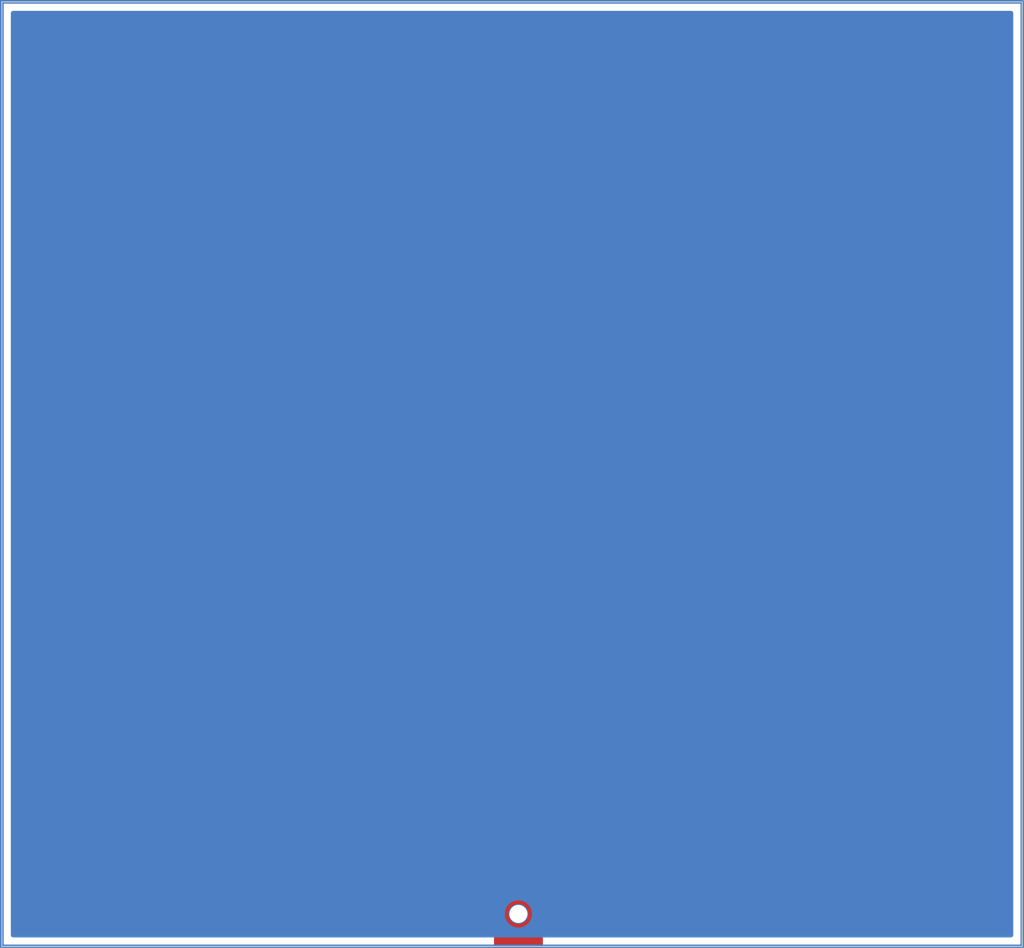
<source format=kicad_pcb>
(kicad_pcb
	(version 20241229)
	(generator "pcbnew")
	(generator_version "9.0")
	(general
		(thickness 1.6)
		(legacy_teardrops no)
	)
	(paper "A4")
	(layers
		(0 "F.Cu" signal)
		(2 "B.Cu" signal)
		(9 "F.Adhes" user "F.Adhesive")
		(11 "B.Adhes" user "B.Adhesive")
		(13 "F.Paste" user)
		(15 "B.Paste" user)
		(5 "F.SilkS" user "F.Silkscreen")
		(7 "B.SilkS" user "B.Silkscreen")
		(1 "F.Mask" user)
		(3 "B.Mask" user)
		(17 "Dwgs.User" user "User.Drawings")
		(19 "Cmts.User" user "User.Comments")
		(21 "Eco1.User" user "User.Eco1")
		(23 "Eco2.User" user "User.Eco2")
		(25 "Edge.Cuts" user)
		(27 "Margin" user)
		(31 "F.CrtYd" user "F.Courtyard")
		(29 "B.CrtYd" user "B.Courtyard")
		(35 "F.Fab" user)
		(33 "B.Fab" user)
		(39 "User.1" user)
		(41 "User.2" user)
		(43 "User.3" user)
		(45 "User.4" user)
	)
	(setup
		(pad_to_mask_clearance 0)
		(allow_soldermask_bridges_in_footprints no)
		(tenting front back)
		(pcbplotparams
			(layerselection 0x00000000_00000000_55555555_5755555d)
			(plot_on_all_layers_selection 0x00000000_00000000_00000000_00000000)
			(disableapertmacros no)
			(usegerberextensions no)
			(usegerberattributes yes)
			(usegerberadvancedattributes yes)
			(creategerberjobfile yes)
			(dashed_line_dash_ratio 12.000000)
			(dashed_line_gap_ratio 3.000000)
			(svgprecision 4)
			(plotframeref no)
			(mode 1)
			(useauxorigin no)
			(hpglpennumber 1)
			(hpglpenspeed 20)
			(hpglpendiameter 15.000000)
			(pdf_front_fp_property_popups yes)
			(pdf_back_fp_property_popups yes)
			(pdf_metadata yes)
			(pdf_single_document no)
			(dxfpolygonmode yes)
			(dxfimperialunits yes)
			(dxfusepcbnewfont yes)
			(psnegative no)
			(psa4output no)
			(plot_black_and_white yes)
			(plotinvisibletext no)
			(sketchpadsonfab no)
			(plotpadnumbers no)
			(hidednponfab no)
			(sketchdnponfab yes)
			(crossoutdnponfab yes)
			(subtractmaskfromsilk no)
			(outputformat 1)
			(mirror no)
			(drillshape 0)
			(scaleselection 1)
			(outputdirectory "../../Gerberfiles 1x1 1. antenna/")
		)
	)
	(net 0 "")
	(gr_line
		(start 84.5 58.5)
		(end 112.7 58.5)
		(stroke
			(width 0.2)
			(type solid)
		)
		(layer "F.Cu")
		(uuid "0396e4d3-15a0-48f8-aae8-643fa08f91f0")
	)
	(gr_line
		(start 100.85 75.8)
		(end 99.85 75.8)
		(stroke
			(width 0.2)
			(type solid)
		)
		(layer "F.Cu")
		(uuid "265615a5-f0fa-4ac3-9c43-bb2c5fef65c8")
	)
	(gr_line
		(start 97.35 95.8)
		(end 99.85 95.8)
		(stroke
			(width 0.2)
			(type solid)
		)
		(layer "F.Cu")
		(uuid "392b5ff3-5911-4bc2-9f5d-1fd0f2f0fbd4")
	)
	(gr_line
		(start 97.35 95.8)
		(end 98.6 95.8)
		(stroke
			(width 0.2)
			(type default)
		)
		(layer "F.Cu")
		(uuid "4cf26837-2c82-415d-a9aa-b7d23e0c3c6b")
	)
	(gr_line
		(start 96.35 85.8)
		(end 96.35 75.8)
		(stroke
			(width 0.2)
			(type solid)
		)
		(layer "F.Cu")
		(uuid "5efcdb6b-f4bb-4339-bfb6-b71e3146eebd")
	)
	(gr_line
		(start 99.85 75.8)
		(end 99.85 95.8)
		(stroke
			(width 0.2)
			(type solid)
		)
		(layer "F.Cu")
		(uuid "669eaa67-6486-4d78-8c10-dbd4bb739acf")
	)
	(gr_circle
		(center 98.6 93.5)
		(end 98.5 93.5)
		(stroke
			(width 0.2)
			(type default)
		)
		(fill no)
		(layer "F.Cu")
		(uuid "70e288a3-93b6-4095-99ca-bdce6c955d87")
	)
	(gr_line
		(start 97.35 95.8)
		(end 98.6 95.8)
		(stroke
			(width 0.2)
			(type default)
		)
		(layer "F.Cu")
		(uuid "862690d9-c581-42d6-a306-ad48fcd6cd36")
	)
	(gr_line
		(start 84.5 85.8)
		(end 96.35 85.8)
		(stroke
			(width 0.2)
			(type solid)
		)
		(layer "F.Cu")
		(uuid "89d614af-590d-4bd4-a6bc-f59027bcaa67")
	)
	(gr_line
		(start 97.35 75.8)
		(end 97.35 95.8)
		(stroke
			(width 0.2)
			(type solid)
		)
		(layer "F.Cu")
		(uuid "999e4a26-6503-431d-a0c2-6391d03ae554")
	)
	(gr_poly
		(pts
			(xy 84.5 58.5) (xy 84.5 85.8) (xy 96.35 85.8) (xy 96.35 75.8) (xy 97.35 75.8) (xy 97.35 95.8) (xy 99.85 95.8)
			(xy 99.85 75.8) (xy 100.85 75.8) (xy 100.85 85.8) (xy 112.7 85.8) (xy 112.7 58.5)
		)
		(stroke
			(width 0.2)
			(type solid)
		)
		(fill yes)
		(layer "F.Cu")
		(uuid "9d21b0ba-c5db-4c22-bb4a-00d35846cd59")
	)
	(gr_line
		(start 100.85 85.8)
		(end 100.85 75.8)
		(stroke
			(width 0.2)
			(type solid)
		)
		(layer "F.Cu")
		(uuid "b10b5ef6-cfee-4925-b5ac-09af38dd1f5e")
	)
	(gr_line
		(start 96.35 75.8)
		(end 97.35 75.8)
		(stroke
			(width 0.2)
			(type solid)
		)
		(layer "F.Cu")
		(uuid "c2dc7612-3ee8-42f5-a0a7-2e4f70da31df")
	)
	(gr_line
		(start 112.7 58.5)
		(end 112.7 85.8)
		(stroke
			(width 0.2)
			(type solid)
		)
		(layer "F.Cu")
		(uuid "cdfd1ad6-b500-441a-8d23-81bbc8c1ba0e")
	)
	(gr_line
		(start 84.5 58.5)
		(end 84.5 85.8)
		(stroke
			(width 0.2)
			(type solid)
		)
		(layer "F.Cu")
		(uuid "dce7494b-8be2-4e04-a59b-6719be9d2216")
	)
	(gr_circle
		(center 98.6 94)
		(end 99.1 94)
		(stroke
			(width 0.2)
			(type solid)
		)
		(fill no)
		(layer "F.Cu")
		(uuid "f14beb05-4eac-4118-81b2-acfcfb2db1ac")
	)
	(gr_line
		(start 112.7 85.8)
		(end 100.85 85.8)
		(stroke
			(width 0.2)
			(type solid)
		)
		(layer "F.Cu")
		(uuid "f742154c-37f7-48a5-aa4e-c4218ecee932")
	)
	(gr_rect
		(start 70 43.5)
		(end 126.5 95.8)
		(stroke
			(width 0.2)
			(type solid)
		)
		(fill no)
		(layer "B.Cu")
		(uuid "d58ac20b-89d2-4e0b-8a73-c5469fd2d123")
	)
	(gr_rect
		(start 70 43.5)
		(end 126.5 95.8)
		(stroke
			(width 0.2)
			(type default)
		)
		(fill no)
		(layer "B.Cu")
		(uuid "e730c845-7259-4c6c-80fb-4e447e35b7e0")
	)
	(gr_rect
		(start 70 43.5)
		(end 126.5 95.8)
		(stroke
			(width 0.05)
			(type solid)
		)
		(fill no)
		(layer "Edge.Cuts")
		(uuid "8f9e14fe-09be-4373-a2c3-caf835b8c110")
	)
	(gr_circle
		(center 98.6 94)
		(end 99.1 94)
		(stroke
			(width 0.1)
			(type solid)
		)
		(fill no)
		(layer "User.1")
		(uuid "77f34d76-a163-4a34-84d6-8d33f5fc018c")
	)
	(via
		(at 98.6 94)
		(size 1.1)
		(drill 1)
		(layers "F.Cu" "B.Cu")
		(net 0)
		(uuid "e788cc0a-c1d8-4b96-a7ad-7e326802ebc0")
	)
	(zone
		(net 0)
		(net_name "")
		(layer "B.Cu")
		(uuid "b9997ed9-688e-46bb-8440-68f3881dcb4f")
		(name "GND")
		(hatch edge 0.5)
		(connect_pads
			(clearance 0)
		)
		(min_thickness 0.25)
		(filled_areas_thickness no)
		(fill yes
			(thermal_gap 0.5)
			(thermal_bridge_width 0.5)
			(island_removal_mode 1)
			(island_area_min 10)
		)
		(polygon
			(pts
				(xy 70 43.5) (xy 70 95.8) (xy 126.5 95.8) (xy 126.5 43.5)
			)
		)
		(filled_polygon
			(layer "B.Cu")
			(island)
			(pts
				(xy 125.942539 44.020185) (xy 125.988294 44.072989) (xy 125.9995 44.1245) (xy 125.9995 95.1755)
				(xy 125.979815 95.242539) (xy 125.927011 95.288294) (xy 125.8755 95.2995) (xy 70.6245 95.2995) (xy 70.557461 95.279815)
				(xy 70.511706 95.227011) (xy 70.5005 95.1755) (xy 70.5005 94.07392) (xy 97.849499 94.07392) (xy 97.87834 94.218907)
				(xy 97.878343 94.218917) (xy 97.934912 94.355488) (xy 97.934919 94.355501) (xy 98.017048 94.478415)
				(xy 98.017051 94.478419) (xy 98.12158 94.582948) (xy 98.121584 94.582951) (xy 98.244498 94.66508)
				(xy 98.244511 94.665087) (xy 98.381082 94.721656) (xy 98.381087 94.721658) (xy 98.381091 94.721658)
				(xy 98.381092 94.721659) (xy 98.526079 94.7505) (xy 98.526082 94.7505) (xy 98.67392 94.7505) (xy 98.771462 94.731096)
				(xy 98.818913 94.721658) (xy 98.955495 94.665084) (xy 99.078416 94.582951) (xy 99.182951 94.478416)
				(xy 99.265084 94.355495) (xy 99.321658 94.218913) (xy 99.3505 94.073918) (xy 99.3505 93.926082)
				(xy 99.3505 93.926079) (xy 99.321659 93.781092) (xy 99.321658 93.781091) (xy 99.321658 93.781087)
				(xy 99.321656 93.781082) (xy 99.265087 93.644511) (xy 99.26508 93.644498) (xy 99.182951 93.521584)
				(xy 99.182948 93.52158) (xy 99.078419 93.417051) (xy 99.078415 93.417048) (xy 98.955501 93.334919)
				(xy 98.955488 93.334912) (xy 98.818917 93.278343) (xy 98.818907 93.27834) (xy 98.67392 93.2495)
				(xy 98.673918 93.2495) (xy 98.526082 93.2495) (xy 98.52608 93.2495) (xy 98.381092 93.27834) (xy 98.381082 93.278343)
				(xy 98.244511 93.334912) (xy 98.244498 93.334919) (xy 98.121584 93.417048) (xy 98.12158 93.417051)
				(xy 98.017051 93.52158) (xy 98.017048 93.521584) (xy 97.934919 93.644498) (xy 97.934912 93.644511)
				(xy 97.878343 93.781082) (xy 97.87834 93.781092) (xy 97.8495 93.926079) (xy 97.8495 93.926082) (xy 97.8495 94.073918)
				(xy 97.8495 94.07392) (xy 97.849499 94.07392) (xy 70.5005 94.07392) (xy 70.5005 44.1245) (xy 70.520185 44.057461)
				(xy 70.572989 44.011706) (xy 70.6245 44.0005) (xy 125.8755 44.0005)
			)
		)
	)
	(embedded_fonts no)
)

</source>
